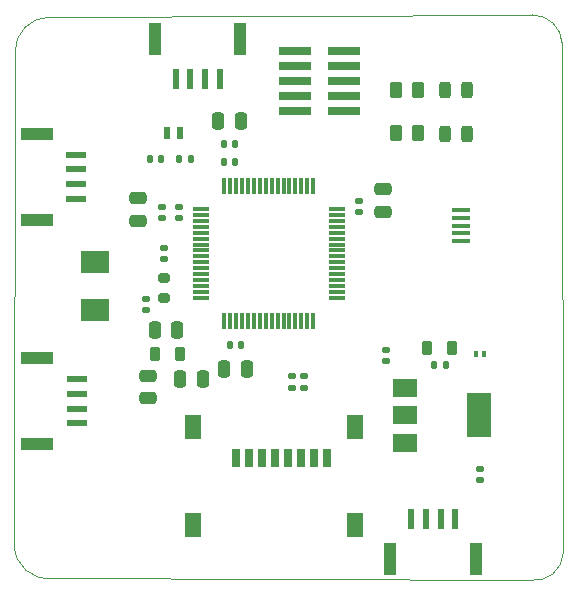
<source format=gbr>
%TF.GenerationSoftware,KiCad,Pcbnew,(6.0.7)*%
%TF.CreationDate,2022-11-06T12:05:46+05:30*%
%TF.ProjectId,Interface_PCB,496e7465-7266-4616-9365-5f5043422e6b,rev?*%
%TF.SameCoordinates,Original*%
%TF.FileFunction,Paste,Top*%
%TF.FilePolarity,Positive*%
%FSLAX46Y46*%
G04 Gerber Fmt 4.6, Leading zero omitted, Abs format (unit mm)*
G04 Created by KiCad (PCBNEW (6.0.7)) date 2022-11-06 12:05:46*
%MOMM*%
%LPD*%
G01*
G04 APERTURE LIST*
G04 Aperture macros list*
%AMRoundRect*
0 Rectangle with rounded corners*
0 $1 Rounding radius*
0 $2 $3 $4 $5 $6 $7 $8 $9 X,Y pos of 4 corners*
0 Add a 4 corners polygon primitive as box body*
4,1,4,$2,$3,$4,$5,$6,$7,$8,$9,$2,$3,0*
0 Add four circle primitives for the rounded corners*
1,1,$1+$1,$2,$3*
1,1,$1+$1,$4,$5*
1,1,$1+$1,$6,$7*
1,1,$1+$1,$8,$9*
0 Add four rect primitives between the rounded corners*
20,1,$1+$1,$2,$3,$4,$5,0*
20,1,$1+$1,$4,$5,$6,$7,0*
20,1,$1+$1,$6,$7,$8,$9,0*
20,1,$1+$1,$8,$9,$2,$3,0*%
G04 Aperture macros list end*
%TA.AperFunction,Profile*%
%ADD10C,0.100000*%
%TD*%
%ADD11R,1.475000X0.300000*%
%ADD12R,0.300000X1.475000*%
%ADD13R,1.700000X0.600000*%
%ADD14R,2.800000X1.000000*%
%ADD15RoundRect,0.250000X-0.250000X-0.475000X0.250000X-0.475000X0.250000X0.475000X-0.250000X0.475000X0*%
%ADD16RoundRect,0.250000X0.250000X0.475000X-0.250000X0.475000X-0.250000X-0.475000X0.250000X-0.475000X0*%
%ADD17RoundRect,0.140000X-0.140000X-0.170000X0.140000X-0.170000X0.140000X0.170000X-0.140000X0.170000X0*%
%ADD18RoundRect,0.250000X-0.475000X0.250000X-0.475000X-0.250000X0.475000X-0.250000X0.475000X0.250000X0*%
%ADD19R,0.800000X1.500000*%
%ADD20R,1.450000X2.000000*%
%ADD21RoundRect,0.140000X-0.170000X0.140000X-0.170000X-0.140000X0.170000X-0.140000X0.170000X0.140000X0*%
%ADD22R,2.400000X1.900000*%
%ADD23RoundRect,0.200000X-0.275000X0.200000X-0.275000X-0.200000X0.275000X-0.200000X0.275000X0.200000X0*%
%ADD24RoundRect,0.250000X-0.262500X-0.450000X0.262500X-0.450000X0.262500X0.450000X-0.262500X0.450000X0*%
%ADD25RoundRect,0.140000X0.140000X0.170000X-0.140000X0.170000X-0.140000X-0.170000X0.140000X-0.170000X0*%
%ADD26R,0.500000X1.000000*%
%ADD27R,0.350000X0.600000*%
%ADD28RoundRect,0.135000X-0.185000X0.135000X-0.185000X-0.135000X0.185000X-0.135000X0.185000X0.135000X0*%
%ADD29RoundRect,0.243750X0.243750X0.456250X-0.243750X0.456250X-0.243750X-0.456250X0.243750X-0.456250X0*%
%ADD30RoundRect,0.218750X-0.218750X-0.381250X0.218750X-0.381250X0.218750X0.381250X-0.218750X0.381250X0*%
%ADD31R,0.600000X1.700000*%
%ADD32R,1.000000X2.800000*%
%ADD33R,2.000000X1.500000*%
%ADD34R,2.000000X3.800000*%
%ADD35R,2.790000X0.740000*%
%ADD36R,1.500000X0.450000*%
G04 APERTURE END LIST*
D10*
X117094000Y-83007162D02*
G75*
G03*
X114147600Y-86004400I-400J-2946438D01*
G01*
X117246400Y-130530600D02*
X157748260Y-130697260D01*
X160477221Y-85216999D02*
G75*
G03*
X157962600Y-82829400I-2514621J-130401D01*
G01*
X157748256Y-130697285D02*
G75*
G03*
X160578800Y-128371600I379644J2423285D01*
G01*
X114096800Y-127736600D02*
X114147600Y-86004400D01*
X117094000Y-83007200D02*
X157962600Y-82829400D01*
X160477200Y-85217000D02*
X160578800Y-128371600D01*
X114096788Y-127736600D02*
G75*
G03*
X117246400Y-130530600I2834212J22700D01*
G01*
D11*
%TO.C,IC1*%
X129898000Y-99272400D03*
X129898000Y-99772400D03*
X129898000Y-100272400D03*
X129898000Y-100772400D03*
X129898000Y-101272400D03*
X129898000Y-101772400D03*
X129898000Y-102272400D03*
X129898000Y-102772400D03*
X129898000Y-103272400D03*
X129898000Y-103772400D03*
X129898000Y-104272400D03*
X129898000Y-104772400D03*
X129898000Y-105272400D03*
X129898000Y-105772400D03*
X129898000Y-106272400D03*
X129898000Y-106772400D03*
D12*
X131886000Y-108760400D03*
X132386000Y-108760400D03*
X132886000Y-108760400D03*
X133386000Y-108760400D03*
X133886000Y-108760400D03*
X134386000Y-108760400D03*
X134886000Y-108760400D03*
X135386000Y-108760400D03*
X135886000Y-108760400D03*
X136386000Y-108760400D03*
X136886000Y-108760400D03*
X137386000Y-108760400D03*
X137886000Y-108760400D03*
X138386000Y-108760400D03*
X138886000Y-108760400D03*
X139386000Y-108760400D03*
D11*
X141374000Y-106772400D03*
X141374000Y-106272400D03*
X141374000Y-105772400D03*
X141374000Y-105272400D03*
X141374000Y-104772400D03*
X141374000Y-104272400D03*
X141374000Y-103772400D03*
X141374000Y-103272400D03*
X141374000Y-102772400D03*
X141374000Y-102272400D03*
X141374000Y-101772400D03*
X141374000Y-101272400D03*
X141374000Y-100772400D03*
X141374000Y-100272400D03*
X141374000Y-99772400D03*
X141374000Y-99272400D03*
D12*
X139386000Y-97284400D03*
X138886000Y-97284400D03*
X138386000Y-97284400D03*
X137886000Y-97284400D03*
X137386000Y-97284400D03*
X136886000Y-97284400D03*
X136386000Y-97284400D03*
X135886000Y-97284400D03*
X135386000Y-97284400D03*
X134886000Y-97284400D03*
X134386000Y-97284400D03*
X133886000Y-97284400D03*
X133386000Y-97284400D03*
X132886000Y-97284400D03*
X132386000Y-97284400D03*
X131886000Y-97284400D03*
%TD*%
D13*
%TO.C,J3*%
X119395400Y-117418600D03*
X119395400Y-116168600D03*
X119395400Y-114918600D03*
X119395400Y-113668600D03*
D14*
X116045400Y-119168600D03*
X116045400Y-111918600D03*
%TD*%
D15*
%TO.C,CB3*%
X131355600Y-91793600D03*
X133255600Y-91793600D03*
%TD*%
D16*
%TO.C,CB2*%
X133755600Y-112793600D03*
X131855600Y-112793600D03*
%TD*%
D17*
%TO.C,CD6*%
X131825600Y-93793600D03*
X132785600Y-93793600D03*
%TD*%
D15*
%TO.C,CMS1*%
X128132800Y-113690400D03*
X130032800Y-113690400D03*
%TD*%
D18*
%TO.C,CMS2*%
X125374400Y-113400800D03*
X125374400Y-115300800D03*
%TD*%
D19*
%TO.C,J6*%
X132855600Y-120343600D03*
X133955600Y-120343600D03*
X135055600Y-120343600D03*
X136155600Y-120343600D03*
X137255600Y-120343600D03*
X138355600Y-120343600D03*
X139455600Y-120343600D03*
X140555600Y-120343600D03*
D20*
X129180600Y-117743600D03*
X142930600Y-117743600D03*
X129180600Y-126043600D03*
X142930600Y-126043600D03*
%TD*%
D21*
%TO.C,CR2*%
X153543000Y-121287600D03*
X153543000Y-122247600D03*
%TD*%
D22*
%TO.C,Y2*%
X120954800Y-107841000D03*
X120954800Y-103741000D03*
%TD*%
D23*
%TO.C,RExt1*%
X126805600Y-105118400D03*
X126805600Y-106768400D03*
%TD*%
D16*
%TO.C,CMS3*%
X127873800Y-109524800D03*
X125973800Y-109524800D03*
%TD*%
D24*
%TO.C,R2*%
X146432900Y-89179400D03*
X148257900Y-89179400D03*
%TD*%
D17*
%TO.C,Cl1*%
X125575600Y-95043600D03*
X126535600Y-95043600D03*
%TD*%
D18*
%TO.C,CB1*%
X124555600Y-98343600D03*
X124555600Y-100243600D03*
%TD*%
D25*
%TO.C,Cl2*%
X129035600Y-95043600D03*
X128075600Y-95043600D03*
%TD*%
D26*
%TO.C,Y1*%
X127005600Y-92793600D03*
X128105600Y-92793600D03*
%TD*%
D24*
%TO.C,R1*%
X146407500Y-92811600D03*
X148232500Y-92811600D03*
%TD*%
D27*
%TO.C,DEXT1*%
X153218000Y-111531400D03*
X153868000Y-111531400D03*
%TD*%
D21*
%TO.C,CR1*%
X145542000Y-111203800D03*
X145542000Y-112163800D03*
%TD*%
D28*
%TO.C,RSPI1*%
X137591800Y-113434400D03*
X137591800Y-114454400D03*
%TD*%
D29*
%TO.C,D2*%
X152448500Y-89179400D03*
X150573500Y-89179400D03*
%TD*%
D21*
%TO.C,Cl4*%
X126805600Y-102563600D03*
X126805600Y-103523600D03*
%TD*%
%TO.C,CD3*%
X143305600Y-98563600D03*
X143305600Y-99523600D03*
%TD*%
%TO.C,Cl3*%
X125222000Y-106857800D03*
X125222000Y-107817800D03*
%TD*%
D30*
%TO.C,LMS1*%
X125988300Y-111506000D03*
X128113300Y-111506000D03*
%TD*%
D21*
%TO.C,CD5*%
X126555600Y-99063600D03*
X126555600Y-100023600D03*
%TD*%
D13*
%TO.C,J4*%
X119327600Y-98418600D03*
X119327600Y-97168600D03*
X119327600Y-95918600D03*
X119327600Y-94668600D03*
D14*
X115977600Y-100168600D03*
X115977600Y-92918600D03*
%TD*%
D31*
%TO.C,J1*%
X151430600Y-125521600D03*
X150180600Y-125521600D03*
X148930600Y-125521600D03*
X147680600Y-125521600D03*
D32*
X153180600Y-128871600D03*
X145930600Y-128871600D03*
%TD*%
D28*
%TO.C,RSPI2*%
X138633200Y-113434400D03*
X138633200Y-114454400D03*
%TD*%
D17*
%TO.C,CD2*%
X131825600Y-95293600D03*
X132785600Y-95293600D03*
%TD*%
D31*
%TO.C,J2*%
X127741200Y-88255000D03*
X128991200Y-88255000D03*
X130241200Y-88255000D03*
X131491200Y-88255000D03*
D32*
X125991200Y-84905000D03*
X133241200Y-84905000D03*
%TD*%
D21*
%TO.C,CD1*%
X128055600Y-99063600D03*
X128055600Y-100023600D03*
%TD*%
D29*
%TO.C,D1*%
X152397700Y-92887800D03*
X150522700Y-92887800D03*
%TD*%
D33*
%TO.C,U1*%
X147141800Y-114438400D03*
D34*
X153441800Y-116738400D03*
D33*
X147141800Y-116738400D03*
X147141800Y-119038400D03*
%TD*%
D25*
%TO.C,CD4*%
X133285600Y-110793600D03*
X132325600Y-110793600D03*
%TD*%
D30*
%TO.C,LR1*%
X149000700Y-111023400D03*
X151125700Y-111023400D03*
%TD*%
D18*
%TO.C,CB4*%
X145305600Y-97593600D03*
X145305600Y-99493600D03*
%TD*%
D35*
%TO.C,J5*%
X141967900Y-90982800D03*
X137897900Y-90982800D03*
X141967900Y-89712800D03*
X137897900Y-89712800D03*
X141967900Y-88442800D03*
X137897900Y-88442800D03*
X141967900Y-87172800D03*
X137897900Y-87172800D03*
X141967900Y-85902800D03*
X137897900Y-85902800D03*
%TD*%
D36*
%TO.C,J7*%
X151929400Y-101985600D03*
X151929400Y-101335600D03*
X151929400Y-100685600D03*
X151929400Y-100035600D03*
X151929400Y-99385600D03*
%TD*%
D25*
%TO.C,CR3*%
X150619400Y-112496600D03*
X149659400Y-112496600D03*
%TD*%
M02*

</source>
